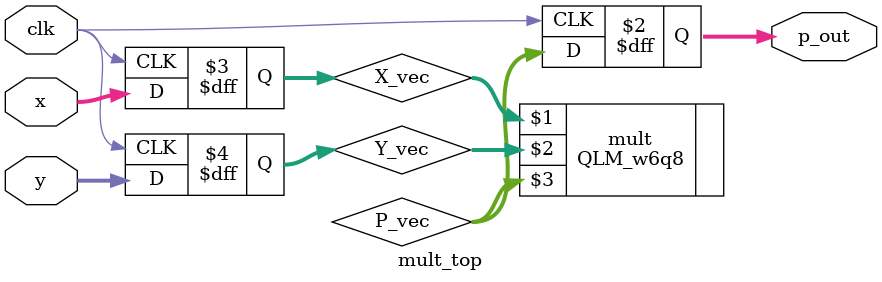
<source format=v>


module mult_top(
    // Clock and reset
    input clk,
    // Input X has a form x_i%d where %d denotes the bit number
    input  [15:0] x,
    // Input Y has a form y_i%d where %d denotes the bit number
    input  [15:0] y,
    // Output P has a form p_out%d where %d denotes the bit number
    output reg [31:0] p_out
    );

    
    // Now we have X_vec and Y_vec signal 
    // Then we do processing with these signals and store the 
    // intermidiate result in P_vec
    // For example purposes X_vec and Y_vec are concanated and stored in P_vec
    wire [31:0] P_vec;
    reg [15:0] X_vec;
    reg [15:0] Y_vec;
    
    QLM_w6q8 mult(X_vec,Y_vec,P_vec); 

 
    always @(posedge clk) 
    begin
        p_out = P_vec;
        X_vec = x;
        Y_vec = y;
    end

endmodule 


</source>
